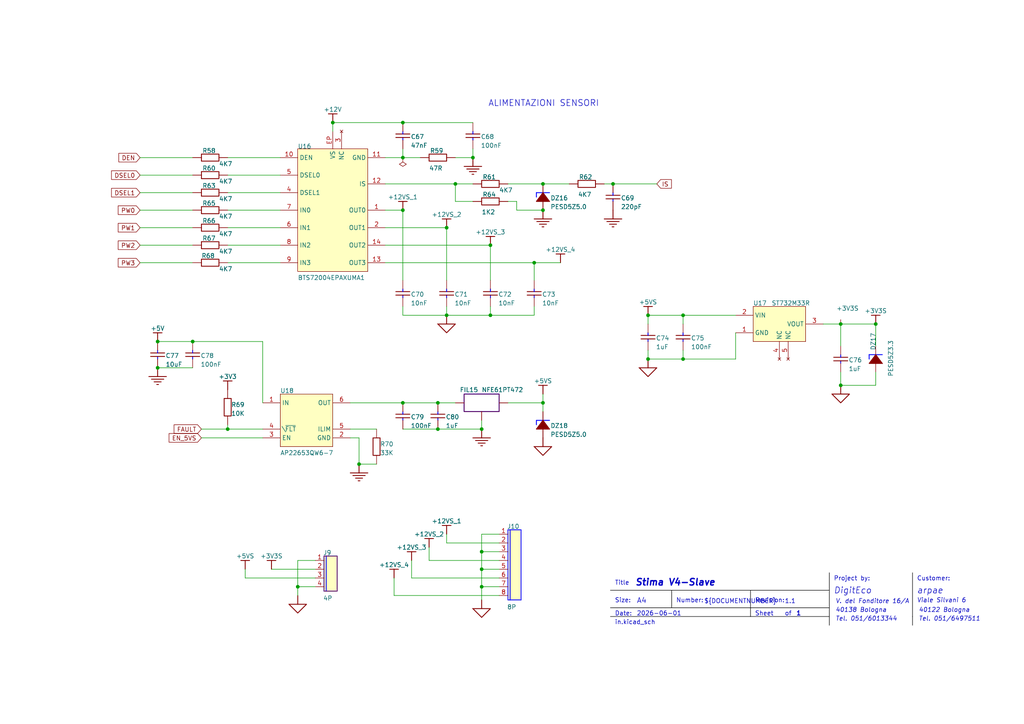
<source format=kicad_sch>
(kicad_sch (version 20230121) (generator eeschema)
  (paper "A4")
  (title_block (title "Stima V4-Slave") (rev "1.1"))
  (lib_symbols
    (symbol "Stima V4 Slave Rev1_1-altium-import:+12V" (power)
      (property "Reference" "#PWR" (at 0 0 0))
      (property "Value" "+12V" (at 0 3.81 0))
      (symbol "+12V_0_0"
        (polyline (pts (xy -1.27 -2.54) (xy 1.27 -2.54)) (stroke (width 0.254)))
        (polyline (pts (xy 0 0) (xy 0 -2.54)) (stroke (width 0.254)))
        (pin power_in line (at 0 0 0) (length 0) hide (name "+12V") (number ""))
      )
    )
    (symbol "Stima V4 Slave Rev1_1-altium-import:+12VS_1" (power)
      (property "Reference" "#PWR" (at 0 0 0))
      (property "Value" "+12VS_1" (at 0 3.81 0))
      (symbol "+12VS_1_0_0"
        (polyline (pts (xy -1.27 -2.54) (xy 1.27 -2.54)) (stroke (width 0.254)))
        (polyline (pts (xy 0 0) (xy 0 -2.54)) (stroke (width 0.254)))
        (pin power_in line (at 0 0 0) (length 0) hide (name "+12VS_1") (number ""))
      )
    )
    (symbol "Stima V4 Slave Rev1_1-altium-import:+12VS_2" (power)
      (property "Reference" "#PWR" (at 0 0 0))
      (property "Value" "+12VS_2" (at 0 3.81 0))
      (symbol "+12VS_2_0_0"
        (polyline (pts (xy -1.27 -2.54) (xy 1.27 -2.54)) (stroke (width 0.254)))
        (polyline (pts (xy 0 0) (xy 0 -2.54)) (stroke (width 0.254)))
        (pin power_in line (at 0 0 0) (length 0) hide (name "+12VS_2") (number ""))
      )
    )
    (symbol "Stima V4 Slave Rev1_1-altium-import:+12VS_3" (power)
      (property "Reference" "#PWR" (at 0 0 0))
      (property "Value" "+12VS_3" (at 0 3.81 0))
      (symbol "+12VS_3_0_0"
        (polyline (pts (xy -1.27 -2.54) (xy 1.27 -2.54)) (stroke (width 0.254)))
        (polyline (pts (xy 0 0) (xy 0 -2.54)) (stroke (width 0.254)))
        (pin power_in line (at 0 0 0) (length 0) hide (name "+12VS_3") (number ""))
      )
    )
    (symbol "Stima V4 Slave Rev1_1-altium-import:+12VS_4" (power)
      (property "Reference" "#PWR" (at 0 0 0))
      (property "Value" "+12VS_4" (at 0 3.81 0))
      (symbol "+12VS_4_0_0"
        (polyline (pts (xy -1.27 -2.54) (xy 1.27 -2.54)) (stroke (width 0.254)))
        (polyline (pts (xy 0 0) (xy 0 -2.54)) (stroke (width 0.254)))
        (pin power_in line (at 0 0 0) (length 0) hide (name "+12VS_4") (number ""))
      )
    )
    (symbol "Stima V4 Slave Rev1_1-altium-import:+3V3" (power)
      (property "Reference" "#PWR" (at 0 0 0))
      (property "Value" "+3V3" (at 0 3.81 0))
      (symbol "+3V3_0_0"
        (polyline (pts (xy -1.27 -2.54) (xy 1.27 -2.54)) (stroke (width 0.254)))
        (polyline (pts (xy 0 0) (xy 0 -2.54)) (stroke (width 0.254)))
        (pin power_in line (at 0 0 0) (length 0) hide (name "+3V3") (number ""))
      )
    )
    (symbol "Stima V4 Slave Rev1_1-altium-import:+3V3S" (power)
      (property "Reference" "#PWR" (at 0 0 0))
      (property "Value" "+3V3S" (at 0 3.81 0))
      (symbol "+3V3S_0_0"
        (polyline (pts (xy -1.27 -2.54) (xy 1.27 -2.54)) (stroke (width 0.254)))
        (polyline (pts (xy 0 0) (xy 0 -2.54)) (stroke (width 0.254)))
        (pin power_in line (at 0 0 0) (length 0) hide (name "+3V3S") (number ""))
      )
    )
    (symbol "Stima V4 Slave Rev1_1-altium-import:+5V" (power)
      (property "Reference" "#PWR" (at 0 0 0))
      (property "Value" "+5V" (at 0 3.81 0))
      (symbol "+5V_0_0"
        (polyline (pts (xy -1.27 -2.54) (xy 1.27 -2.54)) (stroke (width 0.254)))
        (polyline (pts (xy 0 0) (xy 0 -2.54)) (stroke (width 0.254)))
        (pin power_in line (at 0 0 0) (length 0) hide (name "+5V") (number ""))
      )
    )
    (symbol "Stima V4 Slave Rev1_1-altium-import:+5VS" (power)
      (property "Reference" "#PWR" (at 0 0 0))
      (property "Value" "+5VS" (at 0 3.81 0))
      (symbol "+5VS_0_0"
        (polyline (pts (xy -1.27 -2.54) (xy 1.27 -2.54)) (stroke (width 0.254)))
        (polyline (pts (xy 0 0) (xy 0 -2.54)) (stroke (width 0.254)))
        (pin power_in line (at 0 0 0) (length 0) hide (name "+5VS") (number ""))
      )
    )
    (symbol "Stima V4 Slave Rev1_1-altium-import:EGND" (power)
      (property "Reference" "#PWR" (at 0 0 0))
      (property "Value" "EGND" (at 0 6.35 0))
      (symbol "EGND_0_0"
        (polyline (pts (xy 0 0) (xy 0 -2.54)) (stroke (width 0.254)))
        (polyline (pts (xy -2.54 -2.54) (xy 2.54 -2.54) (xy 0 -5.08) (xy -2.54 -2.54)) (stroke (width 0.254)))
        (pin power_in line (at 0 0 0) (length 0) hide (name "EGND") (number ""))
      )
    )
    (symbol "Stima V4 Slave Rev1_1-altium-import:GND" (power)
      (property "Reference" "#PWR" (at 0 0 0))
      (property "Value" "GND" (at 0 6.35 0))
      (symbol "GND_0_0"
        (polyline (pts (xy -2.54 -2.54) (xy 2.54 -2.54)) (stroke (width 0.254)))
        (polyline (pts (xy -1.778 -3.302) (xy 1.778 -3.302)) (stroke (width 0.254)))
        (polyline (pts (xy -1.016 -4.064) (xy 1.016 -4.064)) (stroke (width 0.254)))
        (polyline (pts (xy -0.254 -4.826) (xy 0.254 -4.826)) (stroke (width 0.254)))
        (polyline (pts (xy 0 0) (xy 0 -2.54)) (stroke (width 0.254)))
        (pin power_in line (at 0 0 0) (length 0) hide (name "GND") (number ""))
      )
    )
    (symbol "Stima V4 Slave Rev1_1-altium-import:root_0_AP22653Q"
      (symbol "root_0_AP22653Q_1_0"
        (rectangle (start 15.24 0) (end 0 -15.24) (fill (type background)))
        (pin passive line (at -5.08 -2.54 0) (length 5.08) (name "IN") (number "1"))
        (pin power_in line (at 20.32 -12.7 180) (length 5.08) (name "GND") (number "2"))
        (pin passive line (at -5.08 -12.7 0) (length 5.08) (name "EN") (number "3"))
        (pin passive line (at -5.08 -10.16 0) (length 5.08) (name "\\~{FLT}") (number "4"))
        (pin passive line (at 20.32 -10.16 180) (length 5.08) (name "ILIM") (number "5"))
        (pin passive line (at 20.32 -2.54 180) (length 5.08) (name "OUT") (number "6"))
      )
    )
    (symbol "Stima V4 Slave Rev1_1-altium-import:root_0_BTS72004"
      (property "Reference" "U16" (at 0 0 0))
      (property "Value" "BTS72004EPAXUMA1" (at 0 -38.1 0))
      (symbol "root_0_BTS72004_1_0"
        (rectangle (start 20.32 0) (end 0 -35.56) (fill (type background)))
        (pin passive line (at 25.4 -17.78 180) (length 5.08) (name "OUT0") (number "1"))
        (pin passive line (at -5.08 -2.54 0) (length 5.08) (name "DEN") (number "10"))
        (pin power_in line (at 25.4 -2.54 180) (length 5.08) (name "GND") (number "11"))
        (pin passive line (at 25.4 -10.16 180) (length 5.08) (name "IS") (number "12"))
        (pin passive line (at 25.4 -33.02 180) (length 5.08) (name "OUT3") (number "13"))
        (pin passive line (at 25.4 -27.94 180) (length 5.08) (name "OUT2") (number "14"))
        (pin passive line (at 25.4 -22.86 180) (length 5.08) (name "OUT1") (number "2"))
        (pin no_connect line (at 12.7 5.08 270) (length 5.08) (name "NC") (number "3"))
        (pin passive line (at -5.08 -12.7 0) (length 5.08) (name "DSEL1") (number "4"))
        (pin passive line (at -5.08 -7.62 0) (length 5.08) (name "DSEL0") (number "5"))
        (pin passive line (at -5.08 -22.86 0) (length 5.08) (name "IN1") (number "6"))
        (pin passive line (at -5.08 -17.78 0) (length 5.08) (name "IN0") (number "7"))
        (pin passive line (at -5.08 -27.94 0) (length 5.08) (name "IN2") (number "8"))
        (pin passive line (at -5.08 -33.02 0) (length 5.08) (name "IN3") (number "9"))
        (pin power_in line (at 10.16 5.08 270) (length 5.08) (name "VS") (number "EP"))
      )
    )
    (symbol "Stima V4 Slave Rev1_1-altium-import:root_0_C0603"
      (symbol "root_0_C0603_1_0"
        (polyline (pts (xy -2.032 -0.762) (xy 2.032 -0.762)) (stroke (width 0.254)))
        (polyline (pts (xy 0 -2.54) (xy 0 -1.778)) (stroke (width 0.254) (color 0 0 255 1)))
        (polyline (pts (xy 0 0) (xy 0 -0.762)) (stroke (width 0.254) (color 0 0 255 1)))
        (polyline (pts (xy 2.032 -1.778) (xy -2.032 -1.778)) (stroke (width 0.254)))
        (pin passive line (at 0 2.54 270) (length 2.54) (name "1") (number "1"))
        (pin passive line (at 0 -5.08 90) (length 2.54) (name "2") (number "2"))
      )
    )
    (symbol "Stima V4 Slave Rev1_1-altium-import:root_0_Mors 4p px"
      (symbol "root_0_Mors 4p px_1_0"
        (polyline (pts (xy 0.635 0) (xy 0.635 -10.16)) (stroke (width 0.254) (color 0 0 255 1)))
        (polyline (pts (xy 0 -10.16) (xy 0 0) (xy 3.81 0) (xy 3.81 -10.16) (xy 0 -10.16)) (stroke (width 0.254) (color 0 0 255 1)))
        (rectangle (start 3.81 0) (end 0 -10.16) (fill (type background)))
        (pin passive line (at -2.54 -1.27 0) (length 2.54) (name "1") (number "1"))
        (pin passive line (at -2.54 -3.81 0) (length 2.54) (name "2") (number "2"))
        (pin passive line (at -2.54 -6.35 0) (length 2.54) (name "3") (number "3"))
        (pin passive line (at -2.54 -8.89 0) (length 2.54) (name "4") (number "4"))
      )
    )
    (symbol "Stima V4 Slave Rev1_1-altium-import:root_0_Mors 8p px"
      (symbol "root_0_Mors 8p px_1_0"
        (polyline (pts (xy 0.635 0) (xy 0.635 -20.32)) (stroke (width 0.254) (color 0 0 255 1)))
        (polyline (pts (xy 3.81 -20.32) (xy 0 -20.32) (xy 0 0) (xy 3.81 0) (xy 3.81 -20.32)) (stroke (width 0.254) (color 0 0 255 1)))
        (rectangle (start 3.81 0) (end 0 -20.32) (fill (type background)))
        (pin passive line (at -2.54 -1.27 0) (length 2.54) (name "1") (number "1"))
        (pin passive line (at -2.54 -3.81 0) (length 2.54) (name "2") (number "2"))
        (pin passive line (at -2.54 -6.35 0) (length 2.54) (name "3") (number "3"))
        (pin passive line (at -2.54 -8.89 0) (length 2.54) (name "4") (number "4"))
        (pin passive line (at -2.54 -11.43 0) (length 2.54) (name "5") (number "5"))
        (pin passive line (at -2.54 -13.97 0) (length 2.54) (name "6") (number "6"))
        (pin passive line (at -2.54 -16.51 0) (length 2.54) (name "7") (number "7"))
        (pin passive line (at -2.54 -19.05 0) (length 2.54) (name "8") (number "8"))
      )
    )
    (symbol "Stima V4 Slave Rev1_1-altium-import:root_0_NFE61PT"
      (symbol "root_0_NFE61PT_1_0"
        (polyline (pts (xy 10.16 0) (xy 0 0) (xy 0 -5.08) (xy 10.16 -5.08) (xy 10.16 0)) (stroke (width 0.254) (color 0 0 255 1)))
        (rectangle (start 10.16 0) (end 0 -5.08))
        (pin passive line (at -2.54 -2.54 0) (length 2.54) (name "I") (number "1"))
        (pin passive line (at 12.7 -2.54 180) (length 2.54) (name "O") (number "2"))
        (pin passive line (at 5.08 -7.62 90) (length 2.54) (name "") (number "3"))
      )
    )
    (symbol "Stima V4 Slave Rev1_1-altium-import:root_0_Res 0603"
      (symbol "root_0_Res 0603_1_0"
        (rectangle (start 5.08 -1.524) (end 0 -3.556) (stroke (width 0.254)))
        (pin passive line (at -2.54 -2.54 0) (length 2.54) (name "1") (number "1"))
        (pin passive line (at 7.62 -2.54 180) (length 2.54) (name "2") (number "2"))
      )
    )
    (symbol "Stima V4 Slave Rev1_1-altium-import:root_0_ST732M"
      (property "Reference" "U20" (at 0 0.508 0))
      (property "Value" "ST732M33R" (at 4.826 0.508 0))
      (symbol "root_0_ST732M_1_0"
        (rectangle (start 0 0) (end 15.24 -10.16) (fill (type background)))
        (pin power_in line (at -5.08 -7.62 0) (length 5.08) (name "GND") (number "1"))
        (pin passive line (at -5.08 -2.54 0) (length 5.08) (name "VIN") (number "2"))
        (pin passive line (at 20.32 -5.08 180) (length 5.08) (name "VOUT") (number "3"))
        (pin no_connect line (at 7.62 -15.24 90) (length 5.08) (name "NC") (number "4"))
        (pin no_connect line (at 10.16 -15.24 90) (length 5.08) (name "NC") (number "5"))
      )
    )
    (symbol "Stima V4 Slave Rev1_1-altium-import:root_0_Transil SMD PESD5"
      (symbol "root_0_Transil SMD PESD5_1_0"
        (polyline (pts (xy -1.905 0) (xy -1.905 -1.27)) (stroke (width 0.254) (color 0 0 255 1)))
        (polyline (pts (xy 1.905 0) (xy -1.905 0)) (stroke (width 0.254) (color 0 0 255 1)))
        (polyline (pts (xy 1.905 -2.54) (xy 0 0) (xy -1.905 -2.54) (xy 1.905 -2.54)) (stroke (width 0.254)) (fill (type outline)))
        (pin passive line (at 0 2.54 270) (length 2.54) (name "K") (number "1"))
        (pin passive line (at 0 -5.08 90) (length 2.54) (name "A") (number "2"))
      )
    )
    (symbol "Stima V4 Slave Rev1_1-altium-import:root_1_TestPoint"
      (symbol "root_1_TestPoint_1_0"
        (pin passive line (at 1.27 -1.27 90) (length 1.27) (name "") (number "1"))
      )
    )
    (symbol "Stima V4 Slave Rev1_1-altium-import:root_3_Res 0603"
      (symbol "root_3_Res 0603_1_0"
        (rectangle (start -1.524 0) (end -3.556 -5.08) (stroke (width 0.254)))
        (pin passive line (at -2.54 2.54 270) (length 2.54) (name "1") (number "1"))
        (pin passive line (at -2.54 -7.62 90) (length 2.54) (name "2") (number "2"))
      )
    )
    (symbol "power:PWR_FLAG" (power) (pin_numbers hide) (pin_names (offset 0) hide)
      (property "Value" "PWR_FLAG" (at 0 3.81 0))
      (symbol "PWR_FLAG_0_0"
        (pin power_out line (at 0 0 90) (length 0) (name "pwr") (number "1"))
      )
      (symbol "PWR_FLAG_0_1"
        (polyline (pts (xy 0 0) (xy 0 1.27) (xy -1.016 1.905) (xy 0 2.54) (xy 1.016 1.905) (xy 0 1.27)))
      )
    )
  )
  (junction (at 129.54 91.44))
  (junction (at 55.88 99.06))
  (junction (at 139.7 165.1))
  (junction (at 132.08 53.34))
  (junction (at 254 93.98))
  (junction (at 157.48 60.96))
  (junction (at 104.14 134.62))
  (junction (at 116.84 45.72))
  (junction (at 45.72 99.06))
  (junction (at 142.24 91.44))
  (junction (at 116.84 116.84))
  (junction (at 137.16 45.72))
  (junction (at 139.7 170.18))
  (junction (at 187.96 104.14))
  (junction (at 157.48 116.84))
  (junction (at 96.52 35.56))
  (junction (at 243.84 111.76))
  (junction (at 45.72 106.68))
  (junction (at 243.84 93.98))
  (junction (at 116.84 60.96))
  (junction (at 66.04 124.46))
  (junction (at 198.12 91.44))
  (junction (at 187.96 91.44))
  (junction (at 139.7 160.02))
  (junction (at 154.94 76.2))
  (junction (at 116.84 35.56))
  (junction (at 157.48 53.34))
  (junction (at 198.12 104.14))
  (junction (at 139.7 124.46))
  (junction (at 129.54 66.04))
  (junction (at 177.8 53.34))
  (junction (at 86.36 170.18))
  (junction (at 142.24 71.12))
  (junction (at 127 124.46))
  (junction (at 127 116.84))
  (wire (pts (xy 139.7 170.18) (xy 144.78 170.18)))
  (wire (pts (xy 66.04 50.8) (xy 81.28 50.8)))
  (wire (pts (xy 104.14 127) (xy 101.6 127)))
  (wire (pts (xy 147.32 116.84) (xy 157.48 116.84)))
  (wire (pts (xy 86.36 172.72) (xy 86.36 170.18)))
  (wire (pts (xy 177.8 53.34) (xy 190.5 53.34)))
  (wire (pts (xy 116.84 91.44) (xy 116.84 88.9)))
  (wire (pts (xy 116.84 43.18) (xy 116.84 45.72)))
  (wire (pts (xy 254 107.95) (xy 254 111.76)))
  (wire (pts (xy 157.48 60.96) (xy 149.86 60.96)))
  (wire (pts (xy 129.54 81.28) (xy 129.54 66.04)))
  (wire (pts (xy 66.04 66.04) (xy 81.28 66.04)))
  (wire (pts (xy 243.84 93.98) (xy 254 93.98)))
  (wire (pts (xy 55.88 60.96) (xy 40.64 60.96)))
  (wire (pts (xy 149.86 58.42) (xy 147.32 58.42)))
  (wire (pts (xy 147.32 53.34) (xy 157.48 53.34)))
  (wire (pts (xy 132.08 53.34) (xy 137.16 53.34)))
  (wire (pts (xy 121.92 45.72) (xy 116.84 45.72)))
  (wire (pts (xy 213.36 104.14) (xy 198.12 104.14)))
  (wire (pts (xy 119.38 167.64) (xy 119.38 162.56)))
  (wire (pts (xy 71.12 167.64) (xy 71.12 165.1)))
  (wire (pts (xy 144.78 154.94) (xy 139.7 154.94)))
  (wire (pts (xy 213.36 91.44) (xy 198.12 91.44)))
  (wire (pts (xy 144.78 160.02) (xy 139.7 160.02)))
  (wire (pts (xy 144.78 162.56) (xy 124.46 162.56)))
  (wire (pts (xy 142.24 91.44) (xy 129.54 91.44)))
  (wire (pts (xy 91.44 165.1) (xy 78.74 165.1)))
  (wire (pts (xy 111.76 60.96) (xy 116.84 60.96)))
  (wire (pts (xy 55.88 99.06) (xy 76.2 99.06)))
  (wire (pts (xy 66.04 55.88) (xy 81.28 55.88)))
  (wire (pts (xy 55.88 55.88) (xy 40.64 55.88)))
  (polyline (pts (xy 240.538 166.116) (xy 240.538 178.816)) (stroke (width 0) (type solid) (color 0 0 0 1)))
  (wire (pts (xy 157.48 116.84) (xy 157.48 119.38)))
  (wire (pts (xy 116.84 116.84) (xy 127 116.84)))
  (wire (pts (xy 124.46 162.56) (xy 124.46 158.75)))
  (wire (pts (xy 55.88 76.2) (xy 40.64 76.2)))
  (wire (pts (xy 144.78 165.1) (xy 139.7 165.1)))
  (wire (pts (xy 139.7 154.94) (xy 139.7 160.02)))
  (wire (pts (xy 132.08 58.42) (xy 132.08 53.34)))
  (wire (pts (xy 66.04 71.12) (xy 81.28 71.12)))
  (wire (pts (xy 154.94 91.44) (xy 142.24 91.44)))
  (wire (pts (xy 198.12 93.98) (xy 198.12 91.44)))
  (wire (pts (xy 243.84 111.76) (xy 243.84 107.95)))
  (wire (pts (xy 66.04 124.46) (xy 76.2 124.46)))
  (wire (pts (xy 137.16 35.56) (xy 116.84 35.56)))
  (wire (pts (xy 111.76 76.2) (xy 154.94 76.2)))
  (wire (pts (xy 154.94 76.2) (xy 162.56 76.2)))
  (wire (pts (xy 129.54 91.44) (xy 116.84 91.44)))
  (polyline (pts (xy 217.678 171.196) (xy 217.678 178.816)) (stroke (width 0) (type solid) (color 0 0 0 1)))
  (polyline (pts (xy 177.038 171.196) (xy 240.538 171.196)) (stroke (width 0) (type solid) (color 0 0 0 1)))
  (wire (pts (xy 144.78 157.48) (xy 129.54 157.48)))
  (wire (pts (xy 58.42 124.46) (xy 66.04 124.46)))
  (wire (pts (xy 157.48 53.34) (xy 165.1 53.34)))
  (wire (pts (xy 86.36 162.56) (xy 91.44 162.56)))
  (wire (pts (xy 175.26 53.34) (xy 177.8 53.34)))
  (wire (pts (xy 139.7 165.1) (xy 139.7 170.18)))
  (wire (pts (xy 198.12 91.44) (xy 187.96 91.44)))
  (wire (pts (xy 142.24 81.28) (xy 142.24 71.12)))
  (wire (pts (xy 238.76 93.98) (xy 243.84 93.98)))
  (wire (pts (xy 144.78 172.72) (xy 114.3 172.72)))
  (wire (pts (xy 116.84 45.72) (xy 111.76 45.72)))
  (wire (pts (xy 198.12 104.14) (xy 187.96 104.14)))
  (wire (pts (xy 101.6 124.46) (xy 109.22 124.46)))
  (polyline (pts (xy 194.818 171.196) (xy 194.818 176.276)) (stroke (width 0) (type solid) (color 0 0 0 1)))
  (wire (pts (xy 109.22 134.62) (xy 104.14 134.62)))
  (wire (pts (xy 132.08 45.72) (xy 137.16 45.72)))
  (wire (pts (xy 139.7 160.02) (xy 139.7 165.1)))
  (wire (pts (xy 243.84 100.33) (xy 243.84 93.98)))
  (wire (pts (xy 45.72 99.06) (xy 55.88 99.06)))
  (wire (pts (xy 104.14 134.62) (xy 104.14 127)))
  (wire (pts (xy 116.84 35.56) (xy 96.52 35.56)))
  (wire (pts (xy 157.48 114.3) (xy 157.48 116.84)))
  (wire (pts (xy 101.6 116.84) (xy 116.84 116.84)))
  (wire (pts (xy 114.3 172.72) (xy 114.3 167.64)))
  (wire (pts (xy 55.88 66.04) (xy 40.64 66.04)))
  (wire (pts (xy 116.84 124.46) (xy 127 124.46)))
  (wire (pts (xy 254 93.98) (xy 254 100.33)))
  (wire (pts (xy 91.44 167.64) (xy 71.12 167.64)))
  (wire (pts (xy 137.16 45.72) (xy 137.16 43.18)))
  (wire (pts (xy 127 116.84) (xy 132.08 116.84)))
  (wire (pts (xy 142.24 88.9) (xy 142.24 91.44)))
  (wire (pts (xy 154.94 88.9) (xy 154.94 91.44)))
  (wire (pts (xy 144.78 167.64) (xy 119.38 167.64)))
  (wire (pts (xy 127 124.46) (xy 139.7 124.46)))
  (wire (pts (xy 66.04 124.46) (xy 66.04 123.19)))
  (wire (pts (xy 66.04 60.96) (xy 81.28 60.96)))
  (wire (pts (xy 129.54 157.48) (xy 129.54 154.94)))
  (wire (pts (xy 137.16 58.42) (xy 132.08 58.42)))
  (wire (pts (xy 55.88 50.8) (xy 40.64 50.8)))
  (wire (pts (xy 111.76 53.34) (xy 132.08 53.34)))
  (wire (pts (xy 58.42 127) (xy 76.2 127)))
  (wire (pts (xy 45.72 106.68) (xy 55.88 106.68)))
  (wire (pts (xy 154.94 81.28) (xy 154.94 76.2)))
  (wire (pts (xy 91.44 170.18) (xy 86.36 170.18)))
  (wire (pts (xy 213.36 96.52) (xy 213.36 104.14)))
  (wire (pts (xy 254 111.76) (xy 243.84 111.76)))
  (wire (pts (xy 55.88 45.72) (xy 40.64 45.72)))
  (wire (pts (xy 55.88 71.12) (xy 40.64 71.12)))
  (wire (pts (xy 139.7 124.46) (xy 139.7 121.92)))
  (wire (pts (xy 66.04 45.72) (xy 81.28 45.72)))
  (wire (pts (xy 116.84 60.96) (xy 116.84 81.28)))
  (wire (pts (xy 198.12 101.6) (xy 198.12 104.14)))
  (wire (pts (xy 129.54 88.9) (xy 129.54 91.44)))
  (wire (pts (xy 129.54 66.04) (xy 111.76 66.04)))
  (wire (pts (xy 142.24 71.12) (xy 111.76 71.12)))
  (wire (pts (xy 96.52 35.56) (xy 96.52 38.1)))
  (wire (pts (xy 187.96 104.14) (xy 187.96 101.6)))
  (wire (pts (xy 187.96 91.44) (xy 187.96 93.98)))
  (polyline (pts (xy 177.038 176.276) (xy 240.538 176.276)) (stroke (width 0) (type solid) (color 0 0 0 1)))
  (wire (pts (xy 66.04 76.2) (xy 81.28 76.2)))
  (wire (pts (xy 139.7 170.18) (xy 139.7 173.99)))
  (wire (pts (xy 76.2 99.06) (xy 76.2 116.84)))
  (wire (pts (xy 149.86 60.96) (xy 149.86 58.42)))
  (polyline (pts (xy 264.668 178.816) (xy 264.668 181.356)) (stroke (width 0) (type solid) (color 0 0 0 1)))
  (wire (pts (xy 86.36 170.18) (xy 86.36 162.56)))
  (polyline (pts (xy 177.038 178.816) (xy 240.538 178.816) (xy 240.538 181.356)) (stroke (width 0) (type solid) (color 0 0 0 1)))
  (polyline (pts (xy 264.668 166.116) (xy 264.668 166.116) (xy 264.668 178.816)) (stroke (width 0) (type solid) (color 0 0 0 1)))
  (text "V. del Fonditore 16/A" (at 242.316 175.26 0) (effects (font (size 1.27 1.27) italic) (justify left bottom)))
  (text "Tel. 051/6013344" (at 242.316 180.34 0) (effects (font (size 1.27 1.27) italic) (justify left bottom)))
  (text "Title" (at 178.308 169.926 0) (effects (font (size 1.27 1.27)) (justify left bottom)))
  (text "Viale Silvani 6" (at 265.938 175.006 0) (effects (font (size 1.27 1.27) italic) (justify left bottom)))
  (text "ALIMENTAZIONI SENSORI" (at 141.605 31.115 0) (effects (font (size 1.778 1.778)) (justify left bottom)))
  (text "Size:" (at 178.308 175.006 0) (effects (font (size 1.27 1.27)) (justify left bottom)))
  (text "DigitEco" (at 241.808 172.466 0) (effects (font (size 1.778 1.778) italic) (justify left bottom)))
  (text "${##}" (at 230.886 178.816 0) (effects (font (size 1.27 1.27) bold) (justify left bottom)))
  (text "Tel. 051/6497511" (at 266.446 180.34 0) (effects (font (size 1.27 1.27) italic) (justify left bottom)))
  (text "arpae" (at 265.938 172.466 0) (effects (font (size 1.778 1.778) italic) (justify left bottom)))
  (text "Date:" (at 178.308 178.816 0) (effects (font (size 1.27 1.27)) (justify left bottom)))
  (text "${TITLE}" (at 184.15 170.18 0) (effects (font (size 1.905 1.905) bold italic) (justify left bottom)))
  (text "${#}" (at 224.282 178.816 0) (effects (font (size 1.27 1.27) bold) (justify left bottom)))
  (text "Project by:" (at 241.808 168.656 0) (effects (font (size 1.27 1.27)) (justify left bottom)))
  (text "Number:" (at 196.088 175.006 0) (effects (font (size 1.27 1.27)) (justify left bottom)))
  (text "${DOCUMENTNUMBER}" (at 204.216 175.26 0) (effects (font (size 1.27 1.27)) (justify left bottom)))
  (text "A4" (at 184.658 175.26 0) (effects (font (size 1.524 1.524)) (justify left bottom)))
  (text "40122 Bologna" (at 266.446 177.8 0) (effects (font (size 1.27 1.27) italic) (justify left bottom)))
  (text "40138 Bologna" (at 242.316 177.8 0) (effects (font (size 1.27 1.27) italic) (justify left bottom)))
  (text "Revision:" (at 218.948 175.006 0) (effects (font (size 1.27 1.27)) (justify left bottom)))
  (text "Sheet" (at 218.948 178.816 0) (effects (font (size 1.27 1.27)) (justify left bottom)))
  (text "1.1" (at 227.584 175.26 0) (effects (font (size 1.27 1.27)) (justify left bottom)))
  (text "${FILENAME}" (at 178.308 181.356 0) (effects (font (size 1.27 1.27)) (justify left bottom)))
  (text "of" (at 227.584 178.816 0) (effects (font (size 1.27 1.27)) (justify left bottom)))
  (text "${CURRENT_DATE}" (at 184.658 178.816 0) (effects (font (size 1.27 1.27)) (justify left bottom)))
  (text "" (at 184.658 181.356 0) (effects (font (size 1.27 1.27)) (justify left bottom)))
  (text "Customer:" (at 265.938 168.656 0) (effects (font (size 1.27 1.27)) (justify left bottom)))
  (global_label "DSEL0" (shape input) (at 40.64 50.8 180) (property "Intersheetrefs" "${INTERSHEET_REFS}" (effects hide)))
  (global_label "EN_5VS" (shape input) (at 58.42 127 180) (property "Intersheetrefs" "${INTERSHEET_REFS}" (effects hide)))
  (global_label "PW1" (shape input) (at 40.64 66.04 180) (property "Intersheetrefs" "${INTERSHEET_REFS}" (effects hide)))
  (global_label "PW3" (shape input) (at 40.64 76.2 180) (property "Intersheetrefs" "${INTERSHEET_REFS}" (effects hide)))
  (global_label "DEN" (shape input) (at 40.64 45.72 180) (property "Intersheetrefs" "${INTERSHEET_REFS}" (effects hide)))
  (global_label "PW2" (shape input) (at 40.64 71.12 180) (property "Intersheetrefs" "${INTERSHEET_REFS}" (effects hide)))
  (global_label "PW0" (shape input) (at 40.64 60.96 180) (property "Intersheetrefs" "${INTERSHEET_REFS}" (effects hide)))
  (global_label "DSEL1" (shape input) (at 40.64 55.88 180) (property "Intersheetrefs" "${INTERSHEET_REFS}" (effects hide)))
  (global_label "FAULT" (shape input) (at 58.42 124.46 180) (property "Intersheetrefs" "${INTERSHEET_REFS}" (effects hide)))
  (global_label "IS" (shape input) (at 190.5 53.34 0) (property "Intersheetrefs" "${INTERSHEET_REFS}" (effects hide)))
  (symbol (lib_id "Stima V4 Slave Rev1_1-altium-import:root_0_C0603") (at 243.84 102.87 0) (unit 1)
    (property "Reference" "C76" (at 246.126 105.156 0) (effects (justify left bottom)))
    (property "Value" "1uF" (at 246.126 107.696 0) (effects (justify left bottom)))
    (property "Footprint" "Library_Slave_impronte:0603" (effects hide))
    (property "PACKAGE REFERENCE" "0603" (effects hide))
    (property "TYPE" "Multistrato X5R/X7R" (effects hide))
    (property "ALTIUM_VALUE" "1uF" (effects hide))
    (property "VOLTAGE" "20V" (effects hide))
  )
  (symbol (lib_id "Stima V4 Slave Rev1_1-altium-import:root_0_C0603") (at 142.24 83.82 0) (unit 1)
    (property "Reference" "C72" (at 144.526 86.106 0) (effects (justify left bottom)))
    (property "Value" "10nF" (at 144.526 88.646 0) (effects (justify left bottom)))
    (property "Footprint" "Library_Slave_impronte:0603" (effects hide))
    (property "PACKAGE REFERENCE" "0603" (effects hide))
    (property "TYPE" "Multistrato X5R/X7R" (effects hide))
    (property "ALTIUM_VALUE" "10nF" (effects hide))
    (property "VOLTAGE" "50V" (effects hide))
  )
  (symbol (lib_id "Stima V4 Slave Rev1_1-altium-import:root_1_TestPoint") (at 242.57 92.71 0) (unit 1)
    (property "Reference" "+3V3S" (at 242.57 90.17 0) (effects (justify left bottom)))
    (property "Value" "TestPoint" (effects hide))
    (property "Footprint" "Library_Slave_impronte:TP" (effects hide))
  )
  (symbol (lib_id "Stima V4 Slave Rev1_1-altium-import:root_0_C0603") (at 187.96 96.52 0) (unit 1)
    (property "Reference" "C74" (at 190.246 98.806 0) (effects (justify left bottom)))
    (property "Value" "1uF" (at 190.246 101.346 0) (effects (justify left bottom)))
    (property "Footprint" "Library_Slave_impronte:0603" (effects hide))
    (property "PACKAGE REFERENCE" "0603" (effects hide))
    (property "TYPE" "Multistrato X5R/X7R" (effects hide))
    (property "ALTIUM_VALUE" "1uF" (effects hide))
    (property "VOLTAGE" "20V" (effects hide))
  )
  (symbol (lib_id "Stima V4 Slave Rev1_1-altium-import:root_0_Res 0603") (at 58.42 43.18 0) (unit 1)
    (property "Reference" "R58" (at 58.674 44.45 0) (effects (justify left bottom)))
    (property "Value" "4K7" (at 63.5 48.26 0) (effects (justify left bottom)))
    (property "Footprint" "Library_Slave_impronte:0603" (effects hide))
    (property "ALTIUM_VALUE" "4K7" (effects hide))
    (property "PRECISION" "1%" (effects hide))
    (property "PACKAGE REFERENCE" "0603" (effects hide))
    (property "POWER" "1/10W" (effects hide))
  )
  (symbol (lib_id "Stima V4 Slave Rev1_1-altium-import:root_0_Res 0603") (at 58.42 48.26 0) (unit 1)
    (property "Reference" "R60" (at 58.674 49.53 0) (effects (justify left bottom)))
    (property "Value" "4K7" (at 63.5 53.34 0) (effects (justify left bottom)))
    (property "Footprint" "Library_Slave_impronte:0603" (effects hide))
    (property "ALTIUM_VALUE" "4K7" (effects hide))
    (property "PRECISION" "1%" (effects hide))
    (property "PACKAGE REFERENCE" "0603" (effects hide))
    (property "POWER" "1/10W" (effects hide))
  )
  (symbol (lib_id "Stima V4 Slave Rev1_1-altium-import:EGND") (at 86.36 172.72 0) (unit 1)
    (property "Reference" "#PWR?" (effects hide))
    (property "Value" "EGND" (effects hide))
  )
  (symbol (lib_id "Stima V4 Slave Rev1_1-altium-import:root_0_C0603") (at 55.88 101.6 0) (unit 1)
    (property "Reference" "C78" (at 58.166 103.886 0) (effects (justify left bottom)))
    (property "Value" "100nF" (at 58.166 106.426 0) (effects (justify left bottom)))
    (property "Footprint" "Library_Slave_impronte:0603" (effects hide))
    (property "PACKAGE REFERENCE" "0603" (effects hide))
    (property "TYPE" "Multistrato X5R/X7R" (effects hide))
    (property "ALTIUM_VALUE" "100nF" (effects hide))
    (property "VOLTAGE" "50V" (effects hide))
  )
  (symbol (lib_id "Stima V4 Slave Rev1_1-altium-import:root_3_Res 0603") (at 111.76 127 0) (unit 1)
    (property "Reference" "R70" (at 110.236 129.54 0) (effects (justify left bottom)))
    (property "Value" "33K" (at 110.236 132.08 0) (effects (justify left bottom)))
    (property "Footprint" "Library_Slave_impronte:0603" (effects hide))
    (property "ALTIUM_VALUE" "33K" (effects hide))
    (property "PRECISION" "1%" (effects hide))
    (property "PACKAGE REFERENCE" "0603" (effects hide))
    (property "POWER" "1/10W" (effects hide))
  )
  (symbol (lib_id "Stima V4 Slave Rev1_1-altium-import:+12VS_3") (at 119.38 162.56 180) (unit 1)
    (property "Reference" "#PWR?" (effects hide))
    (property "Value" "+12VS_3" (at 119.38 158.75 0))
  )
  (symbol (lib_id "Stima V4 Slave Rev1_1-altium-import:root_0_Res 0603") (at 58.42 68.58 0) (unit 1)
    (property "Reference" "R67" (at 58.674 69.85 0) (effects (justify left bottom)))
    (property "Value" "4K7" (at 63.5 73.66 0) (effects (justify left bottom)))
    (property "Footprint" "Library_Slave_impronte:0603" (effects hide))
    (property "ALTIUM_VALUE" "4K7" (effects hide))
    (property "PRECISION" "1%" (effects hide))
    (property "PACKAGE REFERENCE" "0603" (effects hide))
    (property "POWER" "1/10W" (effects hide))
  )
  (symbol (lib_id "Stima V4 Slave Rev1_1-altium-import:root_0_Transil SMD PESD5") (at 157.48 55.88 0) (unit 1)
    (property "Reference" "DZ16" (at 159.639 58.166 0) (effects (justify left bottom)))
    (property "Value" "PESD5Z5.0" (at 159.639 60.706 0) (effects (justify left bottom)))
    (property "Footprint" "Library_Slave_impronte:SOD 523(SC-79)" (effects hide))
    (property "PACKAGE REFERENCE" "SOD523" (effects hide))
  )
  (symbol (lib_id "Stima V4 Slave Rev1_1-altium-import:+5VS") (at 71.12 165.1 180) (unit 1)
    (property "Reference" "#PWR?" (effects hide))
    (property "Value" "+5VS" (at 71.12 161.29 0))
  )
  (symbol (lib_id "Stima V4 Slave Rev1_1-altium-import:GND") (at 139.7 124.46 0) (unit 1)
    (property "Reference" "#PWR?" (effects hide))
    (property "Value" "GND" (effects hide))
  )
  (symbol (lib_id "Stima V4 Slave Rev1_1-altium-import:root_0_C0603") (at 154.94 83.82 0) (unit 1)
    (property "Reference" "C73" (at 157.226 86.106 0) (effects (justify left bottom)))
    (property "Value" "10nF" (at 157.226 88.646 0) (effects (justify left bottom)))
    (property "Footprint" "Library_Slave_impronte:0603" (effects hide))
    (property "PACKAGE REFERENCE" "0603" (effects hide))
    (property "TYPE" "Multistrato X5R/X7R" (effects hide))
    (property "ALTIUM_VALUE" "10nF" (effects hide))
    (property "VOLTAGE" "50V" (effects hide))
  )
  (symbol (lib_id "Stima V4 Slave Rev1_1-altium-import:GND") (at 45.72 106.68 0) (unit 1)
    (property "Reference" "#PWR?" (effects hide))
    (property "Value" "GND" (effects hide))
  )
  (symbol (lib_id "power:PWR_FLAG") (at 116.84 45.72 180) (unit 1)
    (property "Reference" "#FLG019" (effects hide))
    (property "Value" "PWR_FLAG" (effects hide))
  )
  (symbol (lib_id "Stima V4 Slave Rev1_1-altium-import:+12V") (at 96.52 35.56 180) (unit 1)
    (property "Reference" "#PWR?" (effects hide))
    (property "Value" "+12V" (at 96.52 31.75 0))
  )
  (symbol (lib_id "Stima V4 Slave Rev1_1-altium-import:+12VS_3") (at 142.24 71.12 180) (unit 1)
    (property "Reference" "#PWR?" (effects hide))
    (property "Value" "+12VS_3" (at 142.24 67.31 0))
  )
  (symbol (lib_id "Stima V4 Slave Rev1_1-altium-import:root_0_C0603") (at 129.54 83.82 0) (unit 1)
    (property "Reference" "C71" (at 131.826 86.106 0) (effects (justify left bottom)))
    (property "Value" "10nF" (at 131.826 88.646 0) (effects (justify left bottom)))
    (property "Footprint" "Library_Slave_impronte:0603" (effects hide))
    (property "PACKAGE REFERENCE" "0603" (effects hide))
    (property "TYPE" "Multistrato X5R/X7R" (effects hide))
    (property "ALTIUM_VALUE" "10nF" (effects hide))
    (property "VOLTAGE" "50V" (effects hide))
  )
  (symbol (lib_id "Stima V4 Slave Rev1_1-altium-import:root_0_Mors 4p px") (at 93.98 161.29 0) (unit 1)
    (property "Reference" "J9" (at 93.726 161.036 0) (effects (justify left bottom)))
    (property "Value" "4P" (at 93.726 174.244 0) (effects (justify left bottom)))
    (property "Footprint" "Library_Slave_impronte:CONN_4P-P381" (effects hide))
    (property "PACKAGE REFERENCE" "PTH" (effects hide))
    (property "TYPE" "Sauro" (effects hide))
  )
  (symbol (lib_id "Stima V4 Slave Rev1_1-altium-import:root_0_C0603") (at 177.8 55.88 0) (unit 1)
    (property "Reference" "C69" (at 180.086 58.166 0) (effects (justify left bottom)))
    (property "Value" "220pF" (at 180.086 60.706 0) (effects (justify left bottom)))
    (property "Footprint" "Library_Slave_impronte:0603" (effects hide))
    (property "PACKAGE REFERENCE" "0603" (effects hide))
    (property "TYPE" "Multistrato X5R/X7R" (effects hide))
    (property "ALTIUM_VALUE" "220pF" (effects hide))
    (property "VOLTAGE" "50V" (effects hide))
  )
  (symbol (lib_id "Stima V4 Slave Rev1_1-altium-import:EGND") (at 157.48 127 0) (unit 1)
    (property "Reference" "#PWR?" (effects hide))
    (property "Value" "EGND" (effects hide))
  )
  (symbol (lib_id "Stima V4 Slave Rev1_1-altium-import:EGND") (at 139.7 173.99 0) (unit 1)
    (property "Reference" "#PWR?" (effects hide))
    (property "Value" "EGND" (effects hide))
  )
  (symbol (lib_id "Stima V4 Slave Rev1_1-altium-import:+3V3") (at 66.04 113.03 180) (unit 1)
    (property "Reference" "#PWR?" (effects hide))
    (property "Value" "+3V3" (at 66.04 109.22 0))
  )
  (symbol (lib_id "Stima V4 Slave Rev1_1-altium-import:EGND") (at 129.54 91.44 0) (unit 1)
    (property "Reference" "#PWR?" (effects hide))
    (property "Value" "EGND" (effects hide))
  )
  (symbol (lib_id "Stima V4 Slave Rev1_1-altium-import:root_0_C0603") (at 45.72 101.6 0) (unit 1)
    (property "Reference" "C77" (at 48.006 103.886 0) (effects (justify left bottom)))
    (property "Value" "10uF" (at 48.006 106.426 0) (effects (justify left bottom)))
    (property "Footprint" "Library_Slave_impronte:0603" (effects hide))
    (property "PACKAGE REFERENCE" "0603" (effects hide))
    (property "TYPE" "Multistrato X5R/X7R" (effects hide))
    (property "ALTIUM_VALUE" "10uF" (effects hide))
    (property "VOLTAGE" "20V" (effects hide))
  )
  (symbol (lib_id "Stima V4 Slave Rev1_1-altium-import:root_0_Res 0603") (at 124.46 43.18 0) (unit 1)
    (property "Reference" "R59" (at 124.714 44.45 0) (effects (justify left bottom)))
    (property "Value" "47R" (at 124.46 49.53 0) (effects (justify left bottom)))
    (property "Footprint" "Library_Slave_impronte:0603" (effects hide))
    (property "ALTIUM_VALUE" "47R" (effects hide))
    (property "PRECISION" "1%" (effects hide))
    (property "PACKAGE REFERENCE" "0603" (effects hide))
    (property "POWER" "1/10W" (effects hide))
  )
  (symbol (lib_id "Stima V4 Slave Rev1_1-altium-import:+12VS_1") (at 116.84 60.96 180) (unit 1)
    (property "Reference" "#PWR?" (effects hide))
    (property "Value" "+12VS_1" (at 116.84 57.15 0))
  )
  (symbol (lib_id "Stima V4 Slave Rev1_1-altium-import:GND") (at 104.14 134.62 0) (unit 1)
    (property "Reference" "#PWR?" (effects hide))
    (property "Value" "GND" (effects hide))
  )
  (symbol (lib_id "Stima V4 Slave Rev1_1-altium-import:+12VS_2") (at 124.46 158.75 180) (unit 1)
    (property "Reference" "#PWR?" (effects hide))
    (property "Value" "+12VS_2" (at 124.46 154.94 0))
  )
  (symbol (lib_id "Stima V4 Slave Rev1_1-altium-import:root_0_C0603") (at 137.16 38.1 0) (unit 1)
    (property "Reference" "C68" (at 139.446 40.386 0) (effects (justify left bottom)))
    (property "Value" "100nF" (at 139.446 42.926 0) (effects (justify left bottom)))
    (property "Footprint" "Library_Slave_impronte:0603" (effects hide))
    (property "PACKAGE REFERENCE" "0603" (effects hide))
    (property "TYPE" "Multistrato X5R/X7R" (effects hide))
    (property "ALTIUM_VALUE" "100nF" (effects hide))
    (property "VOLTAGE" "50V" (effects hide))
  )
  (symbol (lib_id "Stima V4 Slave Rev1_1-altium-import:EGND") (at 243.84 111.76 0) (unit 1)
    (property "Reference" "#PWR?" (effects hide))
    (property "Value" "EGND" (effects hide))
  )
  (symbol (lib_id "Stima V4 Slave Rev1_1-altium-import:+5VS") (at 157.48 114.3 180) (unit 1)
    (property "Reference" "#PWR?" (effects hide))
    (property "Value" "+5VS" (at 157.48 110.49 0))
  )
  (symbol (lib_id "Stima V4 Slave Rev1_1-altium-import:root_0_Mors 8p px") (at 147.32 153.67 0) (unit 1)
    (property "Reference" "J10" (at 147.066 153.416 0) (effects (justify left bottom)))
    (property "Value" "8P" (at 147.066 176.784 0) (effects (justify left bottom)))
    (property "Footprint" "Library_Slave_impronte:CONN_8P-P381" (effects hide))
    (property "PACKAGE REFERENCE" "PTH" (effects hide))
    (property "TYPE" "Sauro" (effects hide))
  )
  (symbol (lib_id "Stima V4 Slave Rev1_1-altium-import:root_0_C0603") (at 127 119.38 0) (unit 1)
    (property "Reference" "C80" (at 129.286 121.666 0) (effects (justify left bottom)))
    (property "Value" "1uF" (at 129.286 124.206 0) (effects (justify left bottom)))
    (property "Footprint" "Library_Slave_impronte:0603" (effects hide))
    (property "PACKAGE REFERENCE" "0603" (effects hide))
    (property "TYPE" "Multistrato X5R/X7R" (effects hide))
    (property "ALTIUM_VALUE" "1uF" (effects hide))
    (property "VOLTAGE" "20V" (effects hide))
  )
  (symbol (lib_id "Stima V4 Slave Rev1_1-altium-import:+12VS_1") (at 129.54 154.94 180) (unit 1)
    (property "Reference" "#PWR?" (effects hide))
    (property "Value" "+12VS_1" (at 129.54 151.13 0))
  )
  (symbol (lib_id "Stima V4 Slave Rev1_1-altium-import:+5V") (at 45.72 99.06 180) (unit 1)
    (property "Reference" "#PWR?" (effects hide))
    (property "Value" "+5V" (at 45.72 95.25 0))
  )
  (symbol (lib_id "Stima V4 Slave Rev1_1-altium-import:+5VS") (at 187.96 91.44 180) (unit 1)
    (property "Reference" "#PWR?" (effects hide))
    (property "Value" "+5VS" (at 187.96 87.63 0))
  )
  (symbol (lib_id "Stima V4 Slave Rev1_1-altium-import:root_3_Res 0603") (at 68.58 115.57 0) (unit 1)
    (property "Reference" "R69" (at 67.056 118.11 0) (effects (justify left bottom)))
    (property "Value" "10K" (at 67.056 120.65 0) (effects (justify left bottom)))
    (property "Footprint" "Library_Slave_impronte:0603" (effects hide))
    (property "ALTIUM_VALUE" "10K" (effects hide))
    (property "PRECISION" "1%" (effects hide))
    (property "PACKAGE REFERENCE" "0603" (effects hide))
    (property "POWER" "1/10W" (effects hide))
  )
  (symbol (lib_id "Stima V4 Slave Rev1_1-altium-import:root_0_Res 0603") (at 167.64 50.8 0) (unit 1)
    (property "Reference" "R62" (at 167.894 52.07 0) (effects (justify left bottom)))
    (property "Value" "4K7" (at 167.64 57.15 0) (effects (justify left bottom)))
    (property "Footprint" "Library_Slave_impronte:0603" (effects hide))
    (property "ALTIUM_VALUE" "4K7" (effects hide))
    (property "PRECISION" "1%" (effects hide))
    (property "PACKAGE REFERENCE" "0603" (effects hide))
    (property "POWER" "1/10W" (effects hide))
  )
  (symbol (lib_id "Stima V4 Slave Rev1_1-altium-import:+12VS_2") (at 129.54 66.04 180) (unit 1)
    (property "Reference" "#PWR?" (effects hide))
    (property "Value" "+12VS_2" (at 129.54 62.23 0))
  )
  (symbol (lib_id "Stima V4 Slave Rev1_1-altium-import:root_0_Res 0603") (at 58.42 63.5 0) (unit 1)
    (property "Reference" "R66" (at 58.674 64.77 0) (effects (justify left bottom)))
    (property "Value" "4K7" (at 63.5 68.58 0) (effects (justify left bottom)))
    (property "Footprint" "Library_Slave_impronte:0603" (effects hide))
    (property "ALTIUM_VALUE" "4K7" (effects hide))
    (property "PRECISION" "1%" (effects hide))
    (property "PACKAGE REFERENCE" "0603" (effects hide))
    (property "POWER" "1/10W" (effects hide))
  )
  (symbol (lib_id "Stima V4 Slave Rev1_1-altium-import:root_0_Res 0603") (at 58.42 53.34 0) (unit 1)
    (property "Reference" "R63" (at 58.674 54.61 0) (effects (justify left bottom)))
    (property "Value" "4K7" (at 63.5 58.42 0) (effects (justify left bottom)))
    (property "Footprint" "Library_Slave_impronte:0603" (effects hide))
    (property "ALTIUM_VALUE" "4K7" (effects hide))
    (property "PRECISION" "1%" (effects hide))
    (property "PACKAGE REFERENCE" "0603" (effects hide))
    (property "POWER" "1/10W" (effects hide))
  )
  (symbol (lib_id "Stima V4 Slave Rev1_1-altium-import:+12VS_4") (at 162.56 76.2 180) (unit 1)
    (property "Reference" "#PWR?" (effects hide))
    (property "Value" "+12VS_4" (at 162.56 72.39 0))
  )
  (symbol (lib_id "Stima V4 Slave Rev1_1-altium-import:root_0_Res 0603") (at 58.42 73.66 0) (unit 1)
    (property "Reference" "R68" (at 58.42 74.93 0) (effects (justify left bottom)))
    (property "Value" "4K7" (at 63.5 78.74 0) (effects (justify left bottom)))
    (property "Footprint" "Library_Slave_impronte:0603" (effects hide))
    (property "ALTIUM_VALUE" "4K7" (effects hide))
    (property "PRECISION" "1%" (effects hide))
    (property "PACKAGE REFERENCE" "0603" (effects hide))
    (property "POWER" "1/10W" (effects hide))
  )
  (symbol (lib_id "Stima V4 Slave Rev1_1-altium-import:root_0_Transil SMD PESD5") (at 157.48 121.92 0) (unit 1)
    (property "Reference" "DZ18" (at 159.639 124.206 0) (effects (justify left bottom)))
    (property "Value" "PESD5Z5.0" (at 159.639 126.746 0) (effects (justify left bottom)))
    (property "Footprint" "Library_Slave_impronte:SOD 523(SC-79)" (effects hide))
    (property "PACKAGE REFERENCE" "SOD523" (effects hide))
  )
  (symbol (lib_id "Stima V4 Slave Rev1_1-altium-import:root_0_BTS72004") (at 86.36 43.18 0) (unit 1)
    (property "Reference" "U16" (at 86.36 43.18 0) (effects (justify left bottom)))
    (property "Value" "BTS72004EPAXUMA1" (at 86.36 81.28 0) (effects (justify left bottom)))
    (property "Footprint" "Library_Slave_impronte:TSDSO-14" (effects hide))
    (property "PACKAGE REFERENCE" "PG-TSDSO-14" (effects hide))
  )
  (symbol (lib_id "Stima V4 Slave Rev1_1-altium-import:root_0_Res 0603") (at 139.7 50.8 0) (unit 1)
    (property "Reference" "R61" (at 139.954 52.07 0) (effects (justify left bottom)))
    (property "Value" "4K7" (at 144.78 55.88 0) (effects (justify left bottom)))
    (property "Footprint" "Library_Slave_impronte:0603" (effects hide))
    (property "ALTIUM_VALUE" "4K7" (effects hide))
    (property "PRECISION" "1%" (effects hide))
    (property "PACKAGE REFERENCE" "0603" (effects hide))
    (property "POWER" "1/10W" (effects hide))
  )
  (symbol (lib_id "Stima V4 Slave Rev1_1-altium-import:+3V3S") (at 78.74 165.1 180) (unit 1)
    (property "Reference" "#PWR?" (effects hide))
    (property "Value" "+3V3S" (at 78.74 161.29 0))
  )
  (symbol (lib_id "Stima V4 Slave Rev1_1-altium-import:+3V3S") (at 254 93.98 180) (unit 1)
    (property "Reference" "#PWR?" (effects hide))
    (property "Value" "+3V3S" (at 254 90.17 0))
  )
  (symbol (lib_id "Stima V4 Slave Rev1_1-altium-import:root_0_ST732M") (at 218.44 88.9 0) (unit 1)
    (property "Reference" "U17" (at 218.44 88.646 0) (effects (justify left bottom)))
    (property "Value" "ST732M33R" (at 223.774 88.646 0) (effects (justify left bottom)))
    (property "Footprint" "Library_Slave_impronte:SOT23_5" (effects hide))
    (property "PACKAGE REFERENCE" "SOT23-5" (effects hide))
  )
  (symbol (lib_id "Stima V4 Slave Rev1_1-altium-import:EGND") (at 187.96 104.14 0) (unit 1)
    (property "Reference" "#PWR?" (effects hide))
    (property "Value" "EGND" (effects hide))
  )
  (symbol (lib_id "Stima V4 Slave Rev1_1-altium-import:GND") (at 137.16 45.72 0) (unit 1)
    (property "Reference" "#PWR?" (effects hide))
    (property "Value" "GND" (effects hide))
  )
  (symbol (lib_id "Stima V4 Slave Rev1_1-altium-import:root_0_C0603") (at 116.84 119.38 0) (unit 1)
    (property "Reference" "C79" (at 119.126 121.666 0) (effects (justify left bottom)))
    (property "Value" "100nF" (at 119.126 124.206 0) (effects (justify left bottom)))
    (property "Footprint" "Library_Slave_impronte:0603" (effects hide))
    (property "PACKAGE REFERENCE" "0603" (effects hide))
    (property "TYPE" "Multistrato X5R/X7R" (effects hide))
    (property "ALTIUM_VALUE" "100nF" (effects hide))
    (property "VOLTAGE" "50V" (effects hide))
  )
  (symbol (lib_id "Stima V4 Slave Rev1_1-altium-import:root_0_Transil SMD PESD5") (at 254 102.87 0) (unit 1)
    (property "Reference" "DZ17" (at 254 101.6 90) (effects (justify left bottom)))
    (property "Value" "PESD5Z3.3" (at 259.08 109.22 90) (effects (justify left bottom)))
    (property "Footprint" "Library_Slave_impronte:SOD 523(SC-79)" (effects hide))
    (property "PACKAGE REFERENCE" "SOD523" (effects hide))
  )
  (symbol (lib_id "Stima V4 Slave Rev1_1-altium-import:root_0_Res 0603") (at 139.7 55.88 0) (unit 1)
    (property "Reference" "R64" (at 139.954 57.15 0) (effects (justify left bottom)))
    (property "Value" "1K2" (at 139.7 62.23 0) (effects (justify left bottom)))
    (property "Footprint" "Library_Slave_impronte:0603" (effects hide))
    (property "ALTIUM_VALUE" "1K2" (effects hide))
    (property "PRECISION" "1%" (effects hide))
    (property "PACKAGE REFERENCE" "0603" (effects hide))
    (property "POWER" "1/10W" (effects hide))
  )
  (symbol (lib_id "Stima V4 Slave Rev1_1-altium-import:GND") (at 177.8 60.96 0) (unit 1)
    (property "Reference" "#PWR?" (effects hide))
    (property "Value" "GND" (effects hide))
  )
  (symbol (lib_id "Stima V4 Slave Rev1_1-altium-import:root_0_Res 0603") (at 58.42 58.42 0) (unit 1)
    (property "Reference" "R65" (at 58.674 59.69 0) (effects (justify left bottom)))
    (property "Value" "4K7" (at 63.5 63.5 0) (effects (justify left bottom)))
    (property "Footprint" "Library_Slave_impronte:0603" (effects hide))
    (property "ALTIUM_VALUE" "4K7" (effects hide))
    (property "PRECISION" "1%" (effects hide))
    (property "PACKAGE REFERENCE" "0603" (effects hide))
    (property "POWER" "1/10W" (effects hide))
  )
  (symbol (lib_id "Stima V4 Slave Rev1_1-altium-import:root_0_C0603") (at 116.84 38.1 0) (unit 1)
    (property "Reference" "C67" (at 119.126 40.386 0) (effects (justify left bottom)))
    (property "Value" "47nF" (at 119.126 42.926 0) (effects (justify left bottom)))
    (property "Footprint" "Library_Slave_impronte:0603" (effects hide))
    (property "PACKAGE REFERENCE" "0603" (effects hide))
    (property "TYPE" "Multistrato X5R/X7R" (effects hide))
    (property "ALTIUM_VALUE" "47nF" (effects hide))
    (property "VOLTAGE" "50V" (effects hide))
  )
  (symbol (lib_id "Stima V4 Slave Rev1_1-altium-import:+12VS_4") (at 114.3 167.64 180) (unit 1)
    (property "Reference" "#PWR?" (effects hide))
    (property "Value" "+12VS_4" (at 114.3 163.83 0))
  )
  (symbol (lib_id "Stima V4 Slave Rev1_1-altium-import:root_0_C0603") (at 198.12 96.52 0) (unit 1)
    (property "Reference" "C75" (at 200.406 98.806 0) (effects (justify left bottom)))
    (property "Value" "100nF" (at 200.406 101.346 0) (effects (justify left bottom)))
    (property "Footprint" "Library_Slave_impronte:0603" (effects hide))
    (property "PACKAGE REFERENCE" "0603" (effects hide))
    (property "TYPE" "Multistrato X5R/X7R" (effects hide))
    (property "ALTIUM_VALUE" "100nF" (effects hide))
    (property "VOLTAGE" "50V" (effects hide))
  )
  (symbol (lib_id "Stima V4 Slave Rev1_1-altium-import:root_0_C0603") (at 116.84 83.82 0) (unit 1)
    (property "Reference" "C70" (at 119.126 86.106 0) (effects (justify left bottom)))
    (property "Value" "10nF" (at 119.126 88.646 0) (effects (justify left bottom)))
    (property "Footprint" "Library_Slave_impronte:0603" (effects hide))
    (property "PACKAGE REFERENCE" "0603" (effects hide))
    (property "TYPE" "Multistrato X5R/X7R" (effects hide))
    (property "ALTIUM_VALUE" "10nF" (effects hide))
    (property "VOLTAGE" "50V" (effects hide))
  )
  (symbol (lib_id "Stima V4 Slave Rev1_1-altium-import:root_0_NFE61PT") (at 134.62 114.3 0) (unit 1)
    (property "Reference" "FIL15" (at 133.35 113.792 0) (effects (justify left bottom)))
    (property "Value" "NFE61PT472" (at 139.7 113.792 0) (effects (justify left bottom)))
    (property "Footprint" "Library_Slave_impronte:NFE61PT-2606" (effects hide))
    (property "TYPE" "Filtro Murata" (effects hide))
    (property "ALTIUM_VALUE" "*" (effects hide))
  )
  (symbol (lib_id "Stima V4 Slave Rev1_1-altium-import:GND") (at 157.48 60.96 0) (unit 1)
    (property "Reference" "#PWR?" (effects hide))
    (property "Value" "GND" (effects hide))
  )
  (symbol (lib_id "Stima V4 Slave Rev1_1-altium-import:root_0_AP22653Q") (at 81.28 114.3 0) (unit 1)
    (property "Reference" "U18" (at 81.28 114.046 0) (effects (justify left bottom)))
    (property "Value" "AP22653QW6-7" (at 81.28 132.08 0) (effects (justify left bottom)))
    (property "Footprint" "Library_Slave_impronte:SOT26" (effects hide))
    (property "PACKAGE REFERENCE" "SOT26" (effects hide))
  )
)
</source>
